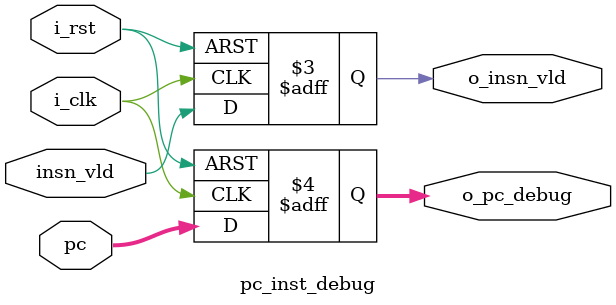
<source format=sv>
module pc_inst_debug(
	input  logic         i_clk     ,
	input  logic         i_rst     ,
	input  logic         insn_vld  ,
	input  logic [31:0]  pc        ,
	output logic         o_insn_vld,
	output logic [31:0]  o_pc_debug
);

  always_ff @(posedge i_clk or negedge i_rst) begin
    if (!i_rst) begin
	   o_insn_vld <= 1'b0;
		o_pc_debug <= 32'b0;
	 end else begin
		o_insn_vld <= insn_vld;
		o_pc_debug <= pc;
	 end
  end
endmodule
</source>
